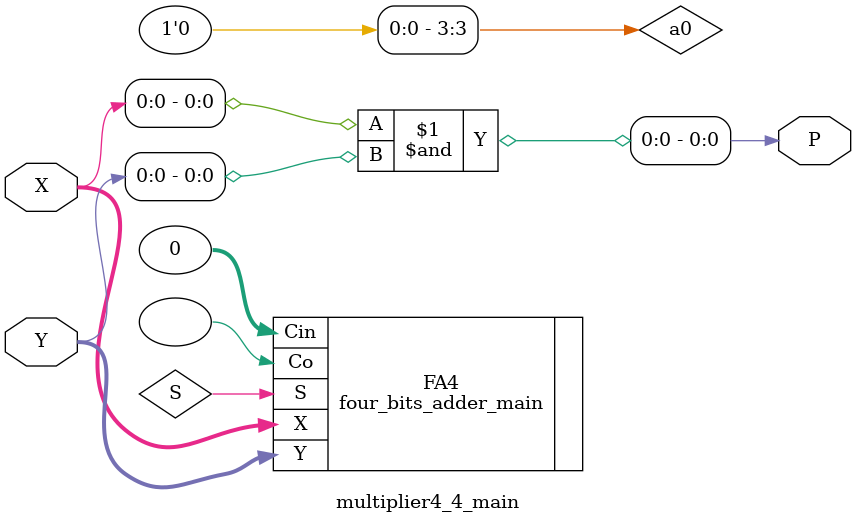
<source format=v>
`timescale 1ns / 1ps


module multiplier4_4_main(
    input [3:0]X,
    input [3:0]Y,
    //input [2:0]Cin,
    output [7:0]P
    );
    wire [3:0]a0,b0,a1,b1,a2,b2;
    and gate0(P[0],X[0],Y[0]);
    //assign P[0]=X[0]&Y[0];  //the difference between data flow and gate, in small project is no matter,but big project with data flow you don't know the conduction of the machine, in normal ,the efficiency and sum would be the worst. 
    and gate1(a0[0],X[1],Y[0]);
    and gate2(a0[1],X[2],Y[0]);
    and gate4(a0[2],X[3],Y[0]);
    assign a0[3]=0;
    
    and gate5(b0[0],X[0],Y[1]);
    and gate6(b0[1],X[1],Y[1]);
    and gate7(b0[2],X[2],Y[1]);
    and gate8(b0[3],X[3],Y[1]);
    
    four_bits_adder_main FA4(.X(X),.Y(Y),.Cin(0),.Co(),.S);
endmodule

</source>
